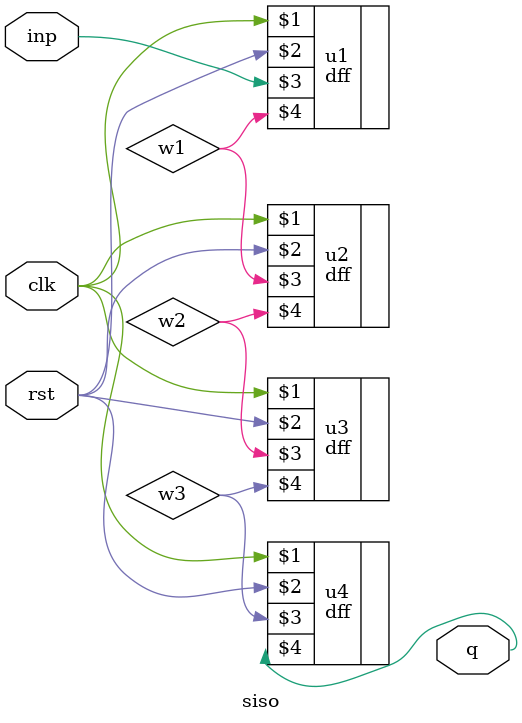
<source format=v>
`timescale 1ns / 1ps

module siso(clk, rst, inp, q);

input clk, rst, inp;
output q;
wire w1, w2, w3;

dff u1(clk, rst, inp, w1);
dff u2(clk, rst, w1, w2);
dff u3(clk, rst, w2, w3);
dff u4(clk, rst, w3, q);


endmodule

</source>
